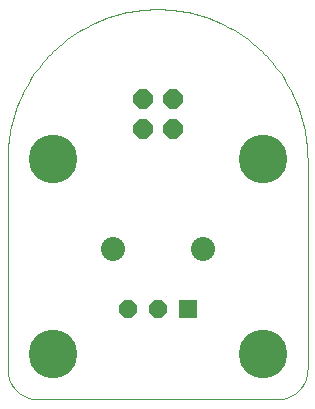
<source format=gbs>
G75*
%MOIN*%
%OFA0B0*%
%FSLAX25Y25*%
%IPPOS*%
%LPD*%
%AMOC8*
5,1,8,0,0,1.08239X$1,22.5*
%
%ADD10OC8,0.06400*%
%ADD11OC8,0.06000*%
%ADD12R,0.06000X0.06000*%
%ADD13C,0.00000*%
%ADD14C,0.16211*%
%ADD15C,0.08000*%
D10*
X0051800Y0114006D03*
X0051800Y0124006D03*
X0061800Y0124006D03*
X0061800Y0114006D03*
D11*
X0056800Y0054006D03*
X0046800Y0054006D03*
D12*
X0066800Y0054006D03*
D13*
X0096800Y0024006D02*
X0016800Y0024006D01*
X0016558Y0024009D01*
X0016317Y0024018D01*
X0016076Y0024032D01*
X0015835Y0024053D01*
X0015595Y0024079D01*
X0015355Y0024111D01*
X0015116Y0024149D01*
X0014879Y0024192D01*
X0014642Y0024242D01*
X0014407Y0024297D01*
X0014173Y0024357D01*
X0013941Y0024424D01*
X0013710Y0024495D01*
X0013481Y0024573D01*
X0013254Y0024656D01*
X0013029Y0024744D01*
X0012806Y0024838D01*
X0012586Y0024937D01*
X0012368Y0025042D01*
X0012153Y0025151D01*
X0011940Y0025266D01*
X0011730Y0025386D01*
X0011524Y0025511D01*
X0011320Y0025641D01*
X0011119Y0025776D01*
X0010922Y0025916D01*
X0010728Y0026060D01*
X0010538Y0026209D01*
X0010352Y0026363D01*
X0010169Y0026521D01*
X0009990Y0026683D01*
X0009815Y0026850D01*
X0009644Y0027021D01*
X0009477Y0027196D01*
X0009315Y0027375D01*
X0009157Y0027558D01*
X0009003Y0027744D01*
X0008854Y0027934D01*
X0008710Y0028128D01*
X0008570Y0028325D01*
X0008435Y0028526D01*
X0008305Y0028730D01*
X0008180Y0028936D01*
X0008060Y0029146D01*
X0007945Y0029359D01*
X0007836Y0029574D01*
X0007731Y0029792D01*
X0007632Y0030012D01*
X0007538Y0030235D01*
X0007450Y0030460D01*
X0007367Y0030687D01*
X0007289Y0030916D01*
X0007218Y0031147D01*
X0007151Y0031379D01*
X0007091Y0031613D01*
X0007036Y0031848D01*
X0006986Y0032085D01*
X0006943Y0032322D01*
X0006905Y0032561D01*
X0006873Y0032801D01*
X0006847Y0033041D01*
X0006826Y0033282D01*
X0006812Y0033523D01*
X0006803Y0033764D01*
X0006800Y0034006D01*
X0006800Y0104006D01*
X0006815Y0105224D01*
X0006859Y0106440D01*
X0006933Y0107656D01*
X0007037Y0108869D01*
X0007170Y0110079D01*
X0007333Y0111286D01*
X0007525Y0112488D01*
X0007746Y0113686D01*
X0007996Y0114878D01*
X0008275Y0116063D01*
X0008583Y0117241D01*
X0008920Y0118411D01*
X0009285Y0119573D01*
X0009678Y0120725D01*
X0010099Y0121868D01*
X0010548Y0122999D01*
X0011024Y0124120D01*
X0011528Y0125229D01*
X0012058Y0126325D01*
X0012615Y0127408D01*
X0013198Y0128477D01*
X0013806Y0129531D01*
X0014441Y0130571D01*
X0015100Y0131594D01*
X0015784Y0132602D01*
X0016493Y0133592D01*
X0017225Y0134565D01*
X0017981Y0135519D01*
X0018760Y0136455D01*
X0019561Y0137372D01*
X0020385Y0138269D01*
X0021230Y0139145D01*
X0022096Y0140001D01*
X0022983Y0140836D01*
X0023890Y0141648D01*
X0024816Y0142438D01*
X0025762Y0143206D01*
X0026725Y0143950D01*
X0027707Y0144670D01*
X0028706Y0145367D01*
X0029721Y0146039D01*
X0030753Y0146686D01*
X0031800Y0147307D01*
X0032862Y0147903D01*
X0033938Y0148473D01*
X0035027Y0149017D01*
X0036130Y0149533D01*
X0037245Y0150023D01*
X0038371Y0150486D01*
X0039508Y0150921D01*
X0040656Y0151328D01*
X0041813Y0151707D01*
X0042979Y0152058D01*
X0044153Y0152380D01*
X0045335Y0152674D01*
X0046524Y0152939D01*
X0047718Y0153174D01*
X0048918Y0153381D01*
X0050123Y0153558D01*
X0051331Y0153706D01*
X0052543Y0153824D01*
X0053758Y0153913D01*
X0054974Y0153973D01*
X0056191Y0154002D01*
X0057409Y0154002D01*
X0058626Y0153973D01*
X0059842Y0153913D01*
X0061057Y0153824D01*
X0062269Y0153706D01*
X0063477Y0153558D01*
X0064682Y0153381D01*
X0065882Y0153174D01*
X0067076Y0152939D01*
X0068265Y0152674D01*
X0069447Y0152380D01*
X0070621Y0152058D01*
X0071787Y0151707D01*
X0072944Y0151328D01*
X0074092Y0150921D01*
X0075229Y0150486D01*
X0076355Y0150023D01*
X0077470Y0149533D01*
X0078573Y0149017D01*
X0079662Y0148473D01*
X0080738Y0147903D01*
X0081800Y0147307D01*
X0082847Y0146686D01*
X0083879Y0146039D01*
X0084894Y0145367D01*
X0085893Y0144670D01*
X0086875Y0143950D01*
X0087838Y0143206D01*
X0088784Y0142438D01*
X0089710Y0141648D01*
X0090617Y0140836D01*
X0091504Y0140001D01*
X0092370Y0139145D01*
X0093215Y0138269D01*
X0094039Y0137372D01*
X0094840Y0136455D01*
X0095619Y0135519D01*
X0096375Y0134565D01*
X0097107Y0133592D01*
X0097816Y0132602D01*
X0098500Y0131594D01*
X0099159Y0130571D01*
X0099794Y0129531D01*
X0100402Y0128477D01*
X0100985Y0127408D01*
X0101542Y0126325D01*
X0102072Y0125229D01*
X0102576Y0124120D01*
X0103052Y0122999D01*
X0103501Y0121868D01*
X0103922Y0120725D01*
X0104315Y0119573D01*
X0104680Y0118411D01*
X0105017Y0117241D01*
X0105325Y0116063D01*
X0105604Y0114878D01*
X0105854Y0113686D01*
X0106075Y0112488D01*
X0106267Y0111286D01*
X0106430Y0110079D01*
X0106563Y0108869D01*
X0106667Y0107656D01*
X0106741Y0106440D01*
X0106785Y0105224D01*
X0106800Y0104006D01*
X0106800Y0034006D01*
X0106797Y0033764D01*
X0106788Y0033523D01*
X0106774Y0033282D01*
X0106753Y0033041D01*
X0106727Y0032801D01*
X0106695Y0032561D01*
X0106657Y0032322D01*
X0106614Y0032085D01*
X0106564Y0031848D01*
X0106509Y0031613D01*
X0106449Y0031379D01*
X0106382Y0031147D01*
X0106311Y0030916D01*
X0106233Y0030687D01*
X0106150Y0030460D01*
X0106062Y0030235D01*
X0105968Y0030012D01*
X0105869Y0029792D01*
X0105764Y0029574D01*
X0105655Y0029359D01*
X0105540Y0029146D01*
X0105420Y0028936D01*
X0105295Y0028730D01*
X0105165Y0028526D01*
X0105030Y0028325D01*
X0104890Y0028128D01*
X0104746Y0027934D01*
X0104597Y0027744D01*
X0104443Y0027558D01*
X0104285Y0027375D01*
X0104123Y0027196D01*
X0103956Y0027021D01*
X0103785Y0026850D01*
X0103610Y0026683D01*
X0103431Y0026521D01*
X0103248Y0026363D01*
X0103062Y0026209D01*
X0102872Y0026060D01*
X0102678Y0025916D01*
X0102481Y0025776D01*
X0102280Y0025641D01*
X0102076Y0025511D01*
X0101870Y0025386D01*
X0101660Y0025266D01*
X0101447Y0025151D01*
X0101232Y0025042D01*
X0101014Y0024937D01*
X0100794Y0024838D01*
X0100571Y0024744D01*
X0100346Y0024656D01*
X0100119Y0024573D01*
X0099890Y0024495D01*
X0099659Y0024424D01*
X0099427Y0024357D01*
X0099193Y0024297D01*
X0098958Y0024242D01*
X0098721Y0024192D01*
X0098484Y0024149D01*
X0098245Y0024111D01*
X0098005Y0024079D01*
X0097765Y0024053D01*
X0097524Y0024032D01*
X0097283Y0024018D01*
X0097042Y0024009D01*
X0096800Y0024006D01*
D14*
X0091800Y0039006D03*
X0091800Y0104006D03*
X0021800Y0104006D03*
X0021800Y0039006D03*
D15*
X0041800Y0074006D03*
X0071800Y0074006D03*
M02*

</source>
